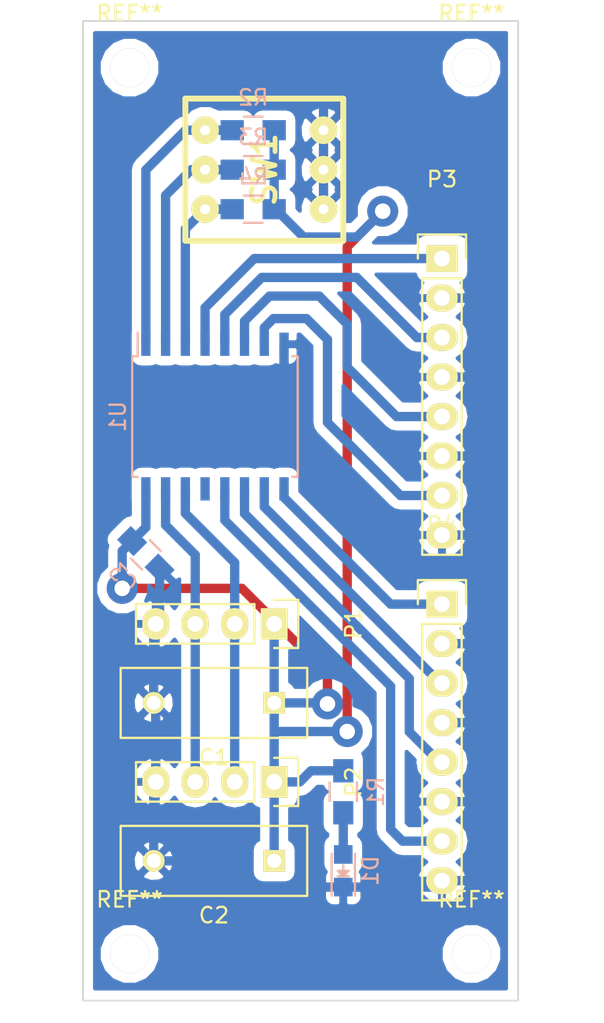
<source format=kicad_pcb>
(kicad_pcb (version 4) (host pcbnew 4.0.1-2.201512121406+6195~38~ubuntu14.04.1-stable)

  (general
    (links 0)
    (no_connects 2)
    (area 141.949999 61.949999 170.050001 125.050001)
    (thickness 1.6)
    (drawings 4)
    (tracks 156)
    (zones 0)
    (modules 18)
    (nets 18)
  )

  (page A4)
  (layers
    (0 F.Cu signal)
    (31 B.Cu signal)
    (32 B.Adhes user)
    (33 F.Adhes user)
    (34 B.Paste user)
    (35 F.Paste user)
    (36 B.SilkS user)
    (37 F.SilkS user)
    (38 B.Mask user)
    (39 F.Mask user)
    (40 Dwgs.User user)
    (41 Cmts.User user)
    (42 Eco1.User user)
    (43 Eco2.User user)
    (44 Edge.Cuts user)
    (45 Margin user)
    (46 B.CrtYd user)
    (47 F.CrtYd user)
    (48 B.Fab user)
    (49 F.Fab user)
  )

  (setup
    (last_trace_width 0.6)
    (user_trace_width 0.75)
    (user_trace_width 1)
    (user_trace_width 2)
    (trace_clearance 0.6)
    (zone_clearance 0.508)
    (zone_45_only no)
    (trace_min 0.6)
    (segment_width 0.2)
    (edge_width 0.1)
    (via_size 2)
    (via_drill 1)
    (via_min_size 1.3)
    (via_min_drill 1)
    (uvia_size 0.3)
    (uvia_drill 0.1)
    (uvias_allowed no)
    (uvia_min_size 0.2)
    (uvia_min_drill 0.1)
    (pcb_text_width 0.3)
    (pcb_text_size 1.5 1.5)
    (mod_edge_width 0.15)
    (mod_text_size 1 1)
    (mod_text_width 0.15)
    (pad_size 1.5 1.5)
    (pad_drill 0.6)
    (pad_to_mask_clearance 0)
    (aux_axis_origin 0 0)
    (visible_elements FFFFFF7F)
    (pcbplotparams
      (layerselection 0x00030_80000001)
      (usegerberextensions false)
      (excludeedgelayer true)
      (linewidth 0.100000)
      (plotframeref false)
      (viasonmask false)
      (mode 1)
      (useauxorigin false)
      (hpglpennumber 1)
      (hpglpenspeed 20)
      (hpglpendiameter 15)
      (hpglpenoverlay 2)
      (psnegative false)
      (psa4output false)
      (plotreference true)
      (plotvalue true)
      (plotinvisibletext false)
      (padsonsilk false)
      (subtractmaskfromsilk false)
      (outputformat 1)
      (mirror false)
      (drillshape 1)
      (scaleselection 1)
      (outputdirectory ""))
  )

  (net 0 "")
  (net 1 +5V)
  (net 2 GND)
  (net 3 "Net-(D1-Pad2)")
  (net 4 /I2C_SCL)
  (net 5 /I2C_SDA)
  (net 6 "Net-(P3-Pad1)")
  (net 7 "Net-(P3-Pad3)")
  (net 8 "Net-(P3-Pad5)")
  (net 9 "Net-(P3-Pad7)")
  (net 10 "Net-(P4-Pad1)")
  (net 11 "Net-(P4-Pad3)")
  (net 12 "Net-(P4-Pad5)")
  (net 13 "Net-(P4-Pad7)")
  (net 14 "Net-(R2-Pad2)")
  (net 15 "Net-(R3-Pad2)")
  (net 16 "Net-(R4-Pad2)")
  (net 17 "Net-(U1-Pad13)")

  (net_class Default "This is the default net class."
    (clearance 0.6)
    (trace_width 0.6)
    (via_dia 2)
    (via_drill 1)
    (uvia_dia 0.3)
    (uvia_drill 0.1)
    (add_net +5V)
    (add_net /I2C_SCL)
    (add_net /I2C_SDA)
    (add_net GND)
    (add_net "Net-(D1-Pad2)")
    (add_net "Net-(P3-Pad1)")
    (add_net "Net-(P3-Pad3)")
    (add_net "Net-(P3-Pad5)")
    (add_net "Net-(P3-Pad7)")
    (add_net "Net-(P4-Pad1)")
    (add_net "Net-(P4-Pad3)")
    (add_net "Net-(P4-Pad5)")
    (add_net "Net-(P4-Pad7)")
    (add_net "Net-(R2-Pad2)")
    (add_net "Net-(R3-Pad2)")
    (add_net "Net-(R4-Pad2)")
    (add_net "Net-(U1-Pad13)")
  )

  (module Mounting_Holes:MountingHole_2-5mm (layer F.Cu) (tedit 0) (tstamp 568A6813)
    (at 145 122)
    (descr "Mounting hole, Befestigungsbohrung, 2,5mm, No Annular, Kein Restring,")
    (tags "Mounting hole, Befestigungsbohrung, 2,5mm, No Annular, Kein Restring,")
    (fp_text reference REF** (at 0 -3.50012) (layer F.SilkS)
      (effects (font (size 1 1) (thickness 0.15)))
    )
    (fp_text value MountingHole_2-5mm (at 0.09906 3.59918) (layer F.Fab)
      (effects (font (size 1 1) (thickness 0.15)))
    )
    (fp_circle (center 0 0) (end 2.5 0) (layer Cmts.User) (width 0.381))
    (pad 1 thru_hole circle (at 0 0) (size 2.5 2.5) (drill 2.5) (layers))
  )

  (module Mounting_Holes:MountingHole_2-5mm (layer F.Cu) (tedit 0) (tstamp 568A680F)
    (at 167 122)
    (descr "Mounting hole, Befestigungsbohrung, 2,5mm, No Annular, Kein Restring,")
    (tags "Mounting hole, Befestigungsbohrung, 2,5mm, No Annular, Kein Restring,")
    (fp_text reference REF** (at 0 -3.50012) (layer F.SilkS)
      (effects (font (size 1 1) (thickness 0.15)))
    )
    (fp_text value MountingHole_2-5mm (at 0.09906 3.59918) (layer F.Fab)
      (effects (font (size 1 1) (thickness 0.15)))
    )
    (fp_circle (center 0 0) (end 2.5 0) (layer Cmts.User) (width 0.381))
    (pad 1 thru_hole circle (at 0 0) (size 2.5 2.5) (drill 2.5) (layers))
  )

  (module Mounting_Holes:MountingHole_2-5mm (layer F.Cu) (tedit 0) (tstamp 568A680B)
    (at 167 65)
    (descr "Mounting hole, Befestigungsbohrung, 2,5mm, No Annular, Kein Restring,")
    (tags "Mounting hole, Befestigungsbohrung, 2,5mm, No Annular, Kein Restring,")
    (fp_text reference REF** (at 0 -3.50012) (layer F.SilkS)
      (effects (font (size 1 1) (thickness 0.15)))
    )
    (fp_text value MountingHole_2-5mm (at 0.09906 3.59918) (layer F.Fab)
      (effects (font (size 1 1) (thickness 0.15)))
    )
    (fp_circle (center 0 0) (end 2.5 0) (layer Cmts.User) (width 0.381))
    (pad 1 thru_hole circle (at 0 0) (size 2.5 2.5) (drill 2.5) (layers))
  )

  (module Capacitors_SMD:C_0805_HandSoldering (layer B.Cu) (tedit 541A9B8D) (tstamp 5684771A)
    (at 146.05 96.33 315)
    (descr "Capacitor SMD 0805, hand soldering")
    (tags "capacitor 0805")
    (path /568473E1)
    (attr smd)
    (fp_text reference C3 (at 0 2.1 315) (layer B.SilkS)
      (effects (font (size 1 1) (thickness 0.15)) (justify mirror))
    )
    (fp_text value 100n (at 0 -2.1 315) (layer B.Fab)
      (effects (font (size 1 1) (thickness 0.15)) (justify mirror))
    )
    (fp_line (start -2.3 1) (end 2.3 1) (layer B.CrtYd) (width 0.05))
    (fp_line (start -2.3 -1) (end 2.3 -1) (layer B.CrtYd) (width 0.05))
    (fp_line (start -2.3 1) (end -2.3 -1) (layer B.CrtYd) (width 0.05))
    (fp_line (start 2.3 1) (end 2.3 -1) (layer B.CrtYd) (width 0.05))
    (fp_line (start 0.5 0.85) (end -0.5 0.85) (layer B.SilkS) (width 0.15))
    (fp_line (start -0.5 -0.85) (end 0.5 -0.85) (layer B.SilkS) (width 0.15))
    (pad 1 smd rect (at -1.25 0 315) (size 1.5 1.25) (layers B.Cu B.Paste B.Mask)
      (net 1 +5V))
    (pad 2 smd rect (at 1.25 0 315) (size 1.5 1.25) (layers B.Cu B.Paste B.Mask)
      (net 2 GND))
    (model Capacitors_SMD.3dshapes/C_0805_HandSoldering.wrl
      (at (xyz 0 0 0))
      (scale (xyz 1 1 1))
      (rotate (xyz 0 0 0))
    )
  )

  (module Pin_Headers:Pin_Header_Straight_1x04 (layer F.Cu) (tedit 0) (tstamp 56847740)
    (at 154.305 100.775 270)
    (descr "Through hole pin header")
    (tags "pin header")
    (path /568473E8)
    (fp_text reference P1 (at 0 -5.1 270) (layer F.SilkS)
      (effects (font (size 1 1) (thickness 0.15)))
    )
    (fp_text value CONN_01X04 (at 0 -3.1 270) (layer F.Fab)
      (effects (font (size 1 1) (thickness 0.15)))
    )
    (fp_line (start -1.75 -1.75) (end -1.75 9.4) (layer F.CrtYd) (width 0.05))
    (fp_line (start 1.75 -1.75) (end 1.75 9.4) (layer F.CrtYd) (width 0.05))
    (fp_line (start -1.75 -1.75) (end 1.75 -1.75) (layer F.CrtYd) (width 0.05))
    (fp_line (start -1.75 9.4) (end 1.75 9.4) (layer F.CrtYd) (width 0.05))
    (fp_line (start -1.27 1.27) (end -1.27 8.89) (layer F.SilkS) (width 0.15))
    (fp_line (start 1.27 1.27) (end 1.27 8.89) (layer F.SilkS) (width 0.15))
    (fp_line (start 1.55 -1.55) (end 1.55 0) (layer F.SilkS) (width 0.15))
    (fp_line (start -1.27 8.89) (end 1.27 8.89) (layer F.SilkS) (width 0.15))
    (fp_line (start 1.27 1.27) (end -1.27 1.27) (layer F.SilkS) (width 0.15))
    (fp_line (start -1.55 0) (end -1.55 -1.55) (layer F.SilkS) (width 0.15))
    (fp_line (start -1.55 -1.55) (end 1.55 -1.55) (layer F.SilkS) (width 0.15))
    (pad 1 thru_hole rect (at 0 0 270) (size 2.032 1.7272) (drill 1.016) (layers *.Cu *.Mask F.SilkS)
      (net 1 +5V))
    (pad 2 thru_hole oval (at 0 2.54 270) (size 2.032 1.7272) (drill 1.016) (layers *.Cu *.Mask F.SilkS)
      (net 4 /I2C_SCL))
    (pad 3 thru_hole oval (at 0 5.08 270) (size 2.032 1.7272) (drill 1.016) (layers *.Cu *.Mask F.SilkS)
      (net 5 /I2C_SDA))
    (pad 4 thru_hole oval (at 0 7.62 270) (size 2.032 1.7272) (drill 1.016) (layers *.Cu *.Mask F.SilkS)
      (net 2 GND))
    (model Pin_Headers.3dshapes/Pin_Header_Straight_1x04.wrl
      (at (xyz 0 -0.15 0))
      (scale (xyz 1 1 1))
      (rotate (xyz 0 0 90))
    )
  )

  (module Housings_SOIC:SOIC-16_7.5x10.3mm_Pitch1.27mm (layer B.Cu) (tedit 54130A77) (tstamp 568477AC)
    (at 150.495 87.44 270)
    (descr "16-Lead Plastic Small Outline (SO) - Wide, 7.50 mm Body [SOIC] (see Microchip Packaging Specification 00000049BS.pdf)")
    (tags "SOIC 1.27")
    (path /568473DF)
    (attr smd)
    (fp_text reference U1 (at 0 6.25 270) (layer B.SilkS)
      (effects (font (size 1 1) (thickness 0.15)) (justify mirror))
    )
    (fp_text value PCF8574 (at 0 -6.25 270) (layer B.Fab)
      (effects (font (size 1 1) (thickness 0.15)) (justify mirror))
    )
    (fp_line (start -5.65 5.5) (end -5.65 -5.5) (layer B.CrtYd) (width 0.05))
    (fp_line (start 5.65 5.5) (end 5.65 -5.5) (layer B.CrtYd) (width 0.05))
    (fp_line (start -5.65 5.5) (end 5.65 5.5) (layer B.CrtYd) (width 0.05))
    (fp_line (start -5.65 -5.5) (end 5.65 -5.5) (layer B.CrtYd) (width 0.05))
    (fp_line (start -3.875 5.325) (end -3.875 4.97) (layer B.SilkS) (width 0.15))
    (fp_line (start 3.875 5.325) (end 3.875 4.97) (layer B.SilkS) (width 0.15))
    (fp_line (start 3.875 -5.325) (end 3.875 -4.97) (layer B.SilkS) (width 0.15))
    (fp_line (start -3.875 -5.325) (end -3.875 -4.97) (layer B.SilkS) (width 0.15))
    (fp_line (start -3.875 5.325) (end 3.875 5.325) (layer B.SilkS) (width 0.15))
    (fp_line (start -3.875 -5.325) (end 3.875 -5.325) (layer B.SilkS) (width 0.15))
    (fp_line (start -3.875 4.97) (end -5.4 4.97) (layer B.SilkS) (width 0.15))
    (pad 1 smd rect (at -4.65 4.445 270) (size 1.5 0.6) (layers B.Cu B.Paste B.Mask)
      (net 14 "Net-(R2-Pad2)"))
    (pad 2 smd rect (at -4.65 3.175 270) (size 1.5 0.6) (layers B.Cu B.Paste B.Mask)
      (net 15 "Net-(R3-Pad2)"))
    (pad 3 smd rect (at -4.65 1.905 270) (size 1.5 0.6) (layers B.Cu B.Paste B.Mask)
      (net 16 "Net-(R4-Pad2)"))
    (pad 4 smd rect (at -4.65 0.635 270) (size 1.5 0.6) (layers B.Cu B.Paste B.Mask)
      (net 6 "Net-(P3-Pad1)"))
    (pad 5 smd rect (at -4.65 -0.635 270) (size 1.5 0.6) (layers B.Cu B.Paste B.Mask)
      (net 7 "Net-(P3-Pad3)"))
    (pad 6 smd rect (at -4.65 -1.905 270) (size 1.5 0.6) (layers B.Cu B.Paste B.Mask)
      (net 8 "Net-(P3-Pad5)"))
    (pad 7 smd rect (at -4.65 -3.175 270) (size 1.5 0.6) (layers B.Cu B.Paste B.Mask)
      (net 9 "Net-(P3-Pad7)"))
    (pad 8 smd rect (at -4.65 -4.445 270) (size 1.5 0.6) (layers B.Cu B.Paste B.Mask)
      (net 2 GND))
    (pad 9 smd rect (at 4.65 -4.445 270) (size 1.5 0.6) (layers B.Cu B.Paste B.Mask)
      (net 10 "Net-(P4-Pad1)"))
    (pad 10 smd rect (at 4.65 -3.175 270) (size 1.5 0.6) (layers B.Cu B.Paste B.Mask)
      (net 11 "Net-(P4-Pad3)"))
    (pad 11 smd rect (at 4.65 -1.905 270) (size 1.5 0.6) (layers B.Cu B.Paste B.Mask)
      (net 12 "Net-(P4-Pad5)"))
    (pad 12 smd rect (at 4.65 -0.635 270) (size 1.5 0.6) (layers B.Cu B.Paste B.Mask)
      (net 13 "Net-(P4-Pad7)"))
    (pad 13 smd rect (at 4.65 0.635 270) (size 1.5 0.6) (layers B.Cu B.Paste B.Mask)
      (net 17 "Net-(U1-Pad13)"))
    (pad 14 smd rect (at 4.65 1.905 270) (size 1.5 0.6) (layers B.Cu B.Paste B.Mask)
      (net 4 /I2C_SCL))
    (pad 15 smd rect (at 4.65 3.175 270) (size 1.5 0.6) (layers B.Cu B.Paste B.Mask)
      (net 5 /I2C_SDA))
    (pad 16 smd rect (at 4.65 4.445 270) (size 1.5 0.6) (layers B.Cu B.Paste B.Mask)
      (net 1 +5V))
    (model Housings_SOIC.3dshapes/SOIC-16_7.5x10.3mm_Pitch1.27mm.wrl
      (at (xyz 0 0 0))
      (scale (xyz 1 1 1))
      (rotate (xyz 0 0 0))
    )
  )

  (module Capacitors_ThroughHole:C_Disc_D12_P7.75 (layer F.Cu) (tedit 0) (tstamp 56847700)
    (at 154.305 105.855 180)
    (descr "Capacitor 12mm Disc, Pitch 7.75mm")
    (tags Capacitor)
    (path /568473E9)
    (fp_text reference C1 (at 3.875 -3.5 180) (layer F.SilkS)
      (effects (font (size 1 1) (thickness 0.15)))
    )
    (fp_text value 100n (at 3.875 3.5 180) (layer F.Fab)
      (effects (font (size 1 1) (thickness 0.15)))
    )
    (fp_line (start -2.375 -2.5) (end 10.125 -2.5) (layer F.CrtYd) (width 0.05))
    (fp_line (start 10.125 -2.5) (end 10.125 2.5) (layer F.CrtYd) (width 0.05))
    (fp_line (start 10.125 2.5) (end -2.375 2.5) (layer F.CrtYd) (width 0.05))
    (fp_line (start -2.375 2.5) (end -2.375 -2.5) (layer F.CrtYd) (width 0.05))
    (fp_line (start -2.125 -2.25) (end 9.875 -2.25) (layer F.SilkS) (width 0.15))
    (fp_line (start 9.875 -2.25) (end 9.875 2.25) (layer F.SilkS) (width 0.15))
    (fp_line (start 9.875 2.25) (end -2.125 2.25) (layer F.SilkS) (width 0.15))
    (fp_line (start -2.125 2.25) (end -2.125 -2.25) (layer F.SilkS) (width 0.15))
    (pad 1 thru_hole rect (at 0 0 180) (size 1.4 1.4) (drill 0.9) (layers *.Cu *.Mask F.SilkS)
      (net 1 +5V))
    (pad 2 thru_hole circle (at 7.75 0 180) (size 1.4 1.4) (drill 0.9) (layers *.Cu *.Mask F.SilkS)
      (net 2 GND))
    (model Capacitors_ThroughHole.3dshapes/C_Disc_D12_P7.75.wrl
      (at (xyz 0.15255906 0 0))
      (scale (xyz 1 1 1))
      (rotate (xyz 0 0 0))
    )
  )

  (module Capacitors_ThroughHole:C_Disc_D12_P7.75 (layer F.Cu) (tedit 0) (tstamp 5684770E)
    (at 154.305 116.015 180)
    (descr "Capacitor 12mm Disc, Pitch 7.75mm")
    (tags Capacitor)
    (path /56852076)
    (fp_text reference C2 (at 3.875 -3.5 180) (layer F.SilkS)
      (effects (font (size 1 1) (thickness 0.15)))
    )
    (fp_text value 100n (at 3.875 3.5 180) (layer F.Fab)
      (effects (font (size 1 1) (thickness 0.15)))
    )
    (fp_line (start -2.375 -2.5) (end 10.125 -2.5) (layer F.CrtYd) (width 0.05))
    (fp_line (start 10.125 -2.5) (end 10.125 2.5) (layer F.CrtYd) (width 0.05))
    (fp_line (start 10.125 2.5) (end -2.375 2.5) (layer F.CrtYd) (width 0.05))
    (fp_line (start -2.375 2.5) (end -2.375 -2.5) (layer F.CrtYd) (width 0.05))
    (fp_line (start -2.125 -2.25) (end 9.875 -2.25) (layer F.SilkS) (width 0.15))
    (fp_line (start 9.875 -2.25) (end 9.875 2.25) (layer F.SilkS) (width 0.15))
    (fp_line (start 9.875 2.25) (end -2.125 2.25) (layer F.SilkS) (width 0.15))
    (fp_line (start -2.125 2.25) (end -2.125 -2.25) (layer F.SilkS) (width 0.15))
    (pad 1 thru_hole rect (at 0 0 180) (size 1.4 1.4) (drill 0.9) (layers *.Cu *.Mask F.SilkS)
      (net 1 +5V))
    (pad 2 thru_hole circle (at 7.75 0 180) (size 1.4 1.4) (drill 0.9) (layers *.Cu *.Mask F.SilkS)
      (net 2 GND))
    (model Capacitors_ThroughHole.3dshapes/C_Disc_D12_P7.75.wrl
      (at (xyz 0.15255906 0 0))
      (scale (xyz 1 1 1))
      (rotate (xyz 0 0 0))
    )
  )

  (module LEDs:LED-0805 (layer B.Cu) (tedit 55BDE1C2) (tstamp 5684772D)
    (at 158.75 116.65 90)
    (descr "LED 0805 smd package")
    (tags "LED 0805 SMD")
    (path /56847433)
    (attr smd)
    (fp_text reference D1 (at 0 1.75 90) (layer B.SilkS)
      (effects (font (size 1 1) (thickness 0.15)) (justify mirror))
    )
    (fp_text value LED (at 0 -1.75 90) (layer B.Fab)
      (effects (font (size 1 1) (thickness 0.15)) (justify mirror))
    )
    (fp_line (start -1.6 -0.75) (end 1.1 -0.75) (layer B.SilkS) (width 0.15))
    (fp_line (start -1.6 0.75) (end 1.1 0.75) (layer B.SilkS) (width 0.15))
    (fp_line (start -0.1 -0.15) (end -0.1 0.1) (layer B.SilkS) (width 0.15))
    (fp_line (start -0.1 0.1) (end -0.25 -0.05) (layer B.SilkS) (width 0.15))
    (fp_line (start -0.35 0.35) (end -0.35 -0.35) (layer B.SilkS) (width 0.15))
    (fp_line (start 0 0) (end 0.35 0) (layer B.SilkS) (width 0.15))
    (fp_line (start -0.35 0) (end 0 0.35) (layer B.SilkS) (width 0.15))
    (fp_line (start 0 0.35) (end 0 -0.35) (layer B.SilkS) (width 0.15))
    (fp_line (start 0 -0.35) (end -0.35 0) (layer B.SilkS) (width 0.15))
    (fp_line (start 1.9 0.95) (end 1.9 -0.95) (layer B.CrtYd) (width 0.05))
    (fp_line (start 1.9 -0.95) (end -1.9 -0.95) (layer B.CrtYd) (width 0.05))
    (fp_line (start -1.9 -0.95) (end -1.9 0.95) (layer B.CrtYd) (width 0.05))
    (fp_line (start -1.9 0.95) (end 1.9 0.95) (layer B.CrtYd) (width 0.05))
    (pad 2 smd rect (at 1.04902 0 270) (size 1.19888 1.19888) (layers B.Cu B.Paste B.Mask)
      (net 3 "Net-(D1-Pad2)"))
    (pad 1 smd rect (at -1.04902 0 270) (size 1.19888 1.19888) (layers B.Cu B.Paste B.Mask)
      (net 2 GND))
    (model LEDs.3dshapes/LED-0805.wrl
      (at (xyz 0 0 0))
      (scale (xyz 1 1 1))
      (rotate (xyz 0 0 0))
    )
  )

  (module Pin_Headers:Pin_Header_Straight_1x04 (layer F.Cu) (tedit 0) (tstamp 56847753)
    (at 154.305 110.935 270)
    (descr "Through hole pin header")
    (tags "pin header")
    (path /56852070)
    (fp_text reference P2 (at 0 -5.1 270) (layer F.SilkS)
      (effects (font (size 1 1) (thickness 0.15)))
    )
    (fp_text value CONN_01X04 (at 0 -3.1 270) (layer F.Fab)
      (effects (font (size 1 1) (thickness 0.15)))
    )
    (fp_line (start -1.75 -1.75) (end -1.75 9.4) (layer F.CrtYd) (width 0.05))
    (fp_line (start 1.75 -1.75) (end 1.75 9.4) (layer F.CrtYd) (width 0.05))
    (fp_line (start -1.75 -1.75) (end 1.75 -1.75) (layer F.CrtYd) (width 0.05))
    (fp_line (start -1.75 9.4) (end 1.75 9.4) (layer F.CrtYd) (width 0.05))
    (fp_line (start -1.27 1.27) (end -1.27 8.89) (layer F.SilkS) (width 0.15))
    (fp_line (start 1.27 1.27) (end 1.27 8.89) (layer F.SilkS) (width 0.15))
    (fp_line (start 1.55 -1.55) (end 1.55 0) (layer F.SilkS) (width 0.15))
    (fp_line (start -1.27 8.89) (end 1.27 8.89) (layer F.SilkS) (width 0.15))
    (fp_line (start 1.27 1.27) (end -1.27 1.27) (layer F.SilkS) (width 0.15))
    (fp_line (start -1.55 0) (end -1.55 -1.55) (layer F.SilkS) (width 0.15))
    (fp_line (start -1.55 -1.55) (end 1.55 -1.55) (layer F.SilkS) (width 0.15))
    (pad 1 thru_hole rect (at 0 0 270) (size 2.032 1.7272) (drill 1.016) (layers *.Cu *.Mask F.SilkS)
      (net 1 +5V))
    (pad 2 thru_hole oval (at 0 2.54 270) (size 2.032 1.7272) (drill 1.016) (layers *.Cu *.Mask F.SilkS)
      (net 4 /I2C_SCL))
    (pad 3 thru_hole oval (at 0 5.08 270) (size 2.032 1.7272) (drill 1.016) (layers *.Cu *.Mask F.SilkS)
      (net 5 /I2C_SDA))
    (pad 4 thru_hole oval (at 0 7.62 270) (size 2.032 1.7272) (drill 1.016) (layers *.Cu *.Mask F.SilkS)
      (net 2 GND))
    (model Pin_Headers.3dshapes/Pin_Header_Straight_1x04.wrl
      (at (xyz 0 -0.15 0))
      (scale (xyz 1 1 1))
      (rotate (xyz 0 0 90))
    )
  )

  (module Pin_Headers:Pin_Header_Straight_1x08 (layer F.Cu) (tedit 0) (tstamp 5684776A)
    (at 165.1 77.28)
    (descr "Through hole pin header")
    (tags "pin header")
    (path /56847BE8)
    (fp_text reference P3 (at 0 -5.1) (layer F.SilkS)
      (effects (font (size 1 1) (thickness 0.15)))
    )
    (fp_text value CONN_01X08 (at 0 -3.1) (layer F.Fab)
      (effects (font (size 1 1) (thickness 0.15)))
    )
    (fp_line (start -1.75 -1.75) (end -1.75 19.55) (layer F.CrtYd) (width 0.05))
    (fp_line (start 1.75 -1.75) (end 1.75 19.55) (layer F.CrtYd) (width 0.05))
    (fp_line (start -1.75 -1.75) (end 1.75 -1.75) (layer F.CrtYd) (width 0.05))
    (fp_line (start -1.75 19.55) (end 1.75 19.55) (layer F.CrtYd) (width 0.05))
    (fp_line (start 1.27 1.27) (end 1.27 19.05) (layer F.SilkS) (width 0.15))
    (fp_line (start 1.27 19.05) (end -1.27 19.05) (layer F.SilkS) (width 0.15))
    (fp_line (start -1.27 19.05) (end -1.27 1.27) (layer F.SilkS) (width 0.15))
    (fp_line (start 1.55 -1.55) (end 1.55 0) (layer F.SilkS) (width 0.15))
    (fp_line (start 1.27 1.27) (end -1.27 1.27) (layer F.SilkS) (width 0.15))
    (fp_line (start -1.55 0) (end -1.55 -1.55) (layer F.SilkS) (width 0.15))
    (fp_line (start -1.55 -1.55) (end 1.55 -1.55) (layer F.SilkS) (width 0.15))
    (pad 1 thru_hole rect (at 0 0) (size 2.032 1.7272) (drill 1.016) (layers *.Cu *.Mask F.SilkS)
      (net 6 "Net-(P3-Pad1)"))
    (pad 2 thru_hole oval (at 0 2.54) (size 2.032 1.7272) (drill 1.016) (layers *.Cu *.Mask F.SilkS)
      (net 2 GND))
    (pad 3 thru_hole oval (at 0 5.08) (size 2.032 1.7272) (drill 1.016) (layers *.Cu *.Mask F.SilkS)
      (net 7 "Net-(P3-Pad3)"))
    (pad 4 thru_hole oval (at 0 7.62) (size 2.032 1.7272) (drill 1.016) (layers *.Cu *.Mask F.SilkS)
      (net 2 GND))
    (pad 5 thru_hole oval (at 0 10.16) (size 2.032 1.7272) (drill 1.016) (layers *.Cu *.Mask F.SilkS)
      (net 8 "Net-(P3-Pad5)"))
    (pad 6 thru_hole oval (at 0 12.7) (size 2.032 1.7272) (drill 1.016) (layers *.Cu *.Mask F.SilkS)
      (net 2 GND))
    (pad 7 thru_hole oval (at 0 15.24) (size 2.032 1.7272) (drill 1.016) (layers *.Cu *.Mask F.SilkS)
      (net 9 "Net-(P3-Pad7)"))
    (pad 8 thru_hole oval (at 0 17.78) (size 2.032 1.7272) (drill 1.016) (layers *.Cu *.Mask F.SilkS)
      (net 2 GND))
    (model Pin_Headers.3dshapes/Pin_Header_Straight_1x08.wrl
      (at (xyz 0 -0.35 0))
      (scale (xyz 1 1 1))
      (rotate (xyz 0 0 90))
    )
  )

  (module Pin_Headers:Pin_Header_Straight_1x08 (layer F.Cu) (tedit 0) (tstamp 56847781)
    (at 165.1 99.505)
    (descr "Through hole pin header")
    (tags "pin header")
    (path /56847C43)
    (fp_text reference P4 (at 0 -5.1) (layer F.SilkS)
      (effects (font (size 1 1) (thickness 0.15)))
    )
    (fp_text value CONN_01X08 (at 0 -3.1) (layer F.Fab)
      (effects (font (size 1 1) (thickness 0.15)))
    )
    (fp_line (start -1.75 -1.75) (end -1.75 19.55) (layer F.CrtYd) (width 0.05))
    (fp_line (start 1.75 -1.75) (end 1.75 19.55) (layer F.CrtYd) (width 0.05))
    (fp_line (start -1.75 -1.75) (end 1.75 -1.75) (layer F.CrtYd) (width 0.05))
    (fp_line (start -1.75 19.55) (end 1.75 19.55) (layer F.CrtYd) (width 0.05))
    (fp_line (start 1.27 1.27) (end 1.27 19.05) (layer F.SilkS) (width 0.15))
    (fp_line (start 1.27 19.05) (end -1.27 19.05) (layer F.SilkS) (width 0.15))
    (fp_line (start -1.27 19.05) (end -1.27 1.27) (layer F.SilkS) (width 0.15))
    (fp_line (start 1.55 -1.55) (end 1.55 0) (layer F.SilkS) (width 0.15))
    (fp_line (start 1.27 1.27) (end -1.27 1.27) (layer F.SilkS) (width 0.15))
    (fp_line (start -1.55 0) (end -1.55 -1.55) (layer F.SilkS) (width 0.15))
    (fp_line (start -1.55 -1.55) (end 1.55 -1.55) (layer F.SilkS) (width 0.15))
    (pad 1 thru_hole rect (at 0 0) (size 2.032 1.7272) (drill 1.016) (layers *.Cu *.Mask F.SilkS)
      (net 10 "Net-(P4-Pad1)"))
    (pad 2 thru_hole oval (at 0 2.54) (size 2.032 1.7272) (drill 1.016) (layers *.Cu *.Mask F.SilkS)
      (net 2 GND))
    (pad 3 thru_hole oval (at 0 5.08) (size 2.032 1.7272) (drill 1.016) (layers *.Cu *.Mask F.SilkS)
      (net 11 "Net-(P4-Pad3)"))
    (pad 4 thru_hole oval (at 0 7.62) (size 2.032 1.7272) (drill 1.016) (layers *.Cu *.Mask F.SilkS)
      (net 2 GND))
    (pad 5 thru_hole oval (at 0 10.16) (size 2.032 1.7272) (drill 1.016) (layers *.Cu *.Mask F.SilkS)
      (net 12 "Net-(P4-Pad5)"))
    (pad 6 thru_hole oval (at 0 12.7) (size 2.032 1.7272) (drill 1.016) (layers *.Cu *.Mask F.SilkS)
      (net 2 GND))
    (pad 7 thru_hole oval (at 0 15.24) (size 2.032 1.7272) (drill 1.016) (layers *.Cu *.Mask F.SilkS)
      (net 13 "Net-(P4-Pad7)"))
    (pad 8 thru_hole oval (at 0 17.78) (size 2.032 1.7272) (drill 1.016) (layers *.Cu *.Mask F.SilkS)
      (net 2 GND))
    (model Pin_Headers.3dshapes/Pin_Header_Straight_1x08.wrl
      (at (xyz 0 -0.35 0))
      (scale (xyz 1 1 1))
      (rotate (xyz 0 0 90))
    )
  )

  (module Resistors_SMD:R_0805_HandSoldering (layer B.Cu) (tedit 54189DEE) (tstamp 5684778D)
    (at 158.75 111.57 90)
    (descr "Resistor SMD 0805, hand soldering")
    (tags "resistor 0805")
    (path /56847434)
    (attr smd)
    (fp_text reference R1 (at 0 2.1 90) (layer B.SilkS)
      (effects (font (size 1 1) (thickness 0.15)) (justify mirror))
    )
    (fp_text value 220 (at 0 -2.1 90) (layer B.Fab)
      (effects (font (size 1 1) (thickness 0.15)) (justify mirror))
    )
    (fp_line (start -2.4 1) (end 2.4 1) (layer B.CrtYd) (width 0.05))
    (fp_line (start -2.4 -1) (end 2.4 -1) (layer B.CrtYd) (width 0.05))
    (fp_line (start -2.4 1) (end -2.4 -1) (layer B.CrtYd) (width 0.05))
    (fp_line (start 2.4 1) (end 2.4 -1) (layer B.CrtYd) (width 0.05))
    (fp_line (start 0.6 -0.875) (end -0.6 -0.875) (layer B.SilkS) (width 0.15))
    (fp_line (start -0.6 0.875) (end 0.6 0.875) (layer B.SilkS) (width 0.15))
    (pad 1 smd rect (at -1.35 0 90) (size 1.5 1.3) (layers B.Cu B.Paste B.Mask)
      (net 3 "Net-(D1-Pad2)"))
    (pad 2 smd rect (at 1.35 0 90) (size 1.5 1.3) (layers B.Cu B.Paste B.Mask)
      (net 1 +5V))
    (model Resistors_SMD.3dshapes/R_0805_HandSoldering.wrl
      (at (xyz 0 0 0))
      (scale (xyz 1 1 1))
      (rotate (xyz 0 0 0))
    )
  )

  (module Resistors_SMD:R_0805_HandSoldering (layer B.Cu) (tedit 54189DEE) (tstamp 568A634B)
    (at 152.955 69.025 180)
    (descr "Resistor SMD 0805, hand soldering")
    (tags "resistor 0805")
    (path /568A6615)
    (attr smd)
    (fp_text reference R2 (at 0 2.1 180) (layer B.SilkS)
      (effects (font (size 1 1) (thickness 0.15)) (justify mirror))
    )
    (fp_text value R (at 0 -2.1 180) (layer B.Fab)
      (effects (font (size 1 1) (thickness 0.15)) (justify mirror))
    )
    (fp_line (start -2.4 1) (end 2.4 1) (layer B.CrtYd) (width 0.05))
    (fp_line (start -2.4 -1) (end 2.4 -1) (layer B.CrtYd) (width 0.05))
    (fp_line (start -2.4 1) (end -2.4 -1) (layer B.CrtYd) (width 0.05))
    (fp_line (start 2.4 1) (end 2.4 -1) (layer B.CrtYd) (width 0.05))
    (fp_line (start 0.6 -0.875) (end -0.6 -0.875) (layer B.SilkS) (width 0.15))
    (fp_line (start -0.6 0.875) (end 0.6 0.875) (layer B.SilkS) (width 0.15))
    (pad 1 smd rect (at -1.35 0 180) (size 1.5 1.3) (layers B.Cu B.Paste B.Mask)
      (net 1 +5V))
    (pad 2 smd rect (at 1.35 0 180) (size 1.5 1.3) (layers B.Cu B.Paste B.Mask)
      (net 14 "Net-(R2-Pad2)"))
    (model Resistors_SMD.3dshapes/R_0805_HandSoldering.wrl
      (at (xyz 0 0 0))
      (scale (xyz 1 1 1))
      (rotate (xyz 0 0 0))
    )
  )

  (module Resistors_SMD:R_0805_HandSoldering (layer B.Cu) (tedit 54189DEE) (tstamp 568A6351)
    (at 152.955 71.565 180)
    (descr "Resistor SMD 0805, hand soldering")
    (tags "resistor 0805")
    (path /568A666E)
    (attr smd)
    (fp_text reference R3 (at 0 2.1 180) (layer B.SilkS)
      (effects (font (size 1 1) (thickness 0.15)) (justify mirror))
    )
    (fp_text value R (at 0 -2.1 180) (layer B.Fab)
      (effects (font (size 1 1) (thickness 0.15)) (justify mirror))
    )
    (fp_line (start -2.4 1) (end 2.4 1) (layer B.CrtYd) (width 0.05))
    (fp_line (start -2.4 -1) (end 2.4 -1) (layer B.CrtYd) (width 0.05))
    (fp_line (start -2.4 1) (end -2.4 -1) (layer B.CrtYd) (width 0.05))
    (fp_line (start 2.4 1) (end 2.4 -1) (layer B.CrtYd) (width 0.05))
    (fp_line (start 0.6 -0.875) (end -0.6 -0.875) (layer B.SilkS) (width 0.15))
    (fp_line (start -0.6 0.875) (end 0.6 0.875) (layer B.SilkS) (width 0.15))
    (pad 1 smd rect (at -1.35 0 180) (size 1.5 1.3) (layers B.Cu B.Paste B.Mask)
      (net 1 +5V))
    (pad 2 smd rect (at 1.35 0 180) (size 1.5 1.3) (layers B.Cu B.Paste B.Mask)
      (net 15 "Net-(R3-Pad2)"))
    (model Resistors_SMD.3dshapes/R_0805_HandSoldering.wrl
      (at (xyz 0 0 0))
      (scale (xyz 1 1 1))
      (rotate (xyz 0 0 0))
    )
  )

  (module Resistors_SMD:R_0805_HandSoldering (layer B.Cu) (tedit 54189DEE) (tstamp 568A6357)
    (at 152.955 74.105 180)
    (descr "Resistor SMD 0805, hand soldering")
    (tags "resistor 0805")
    (path /568A66A5)
    (attr smd)
    (fp_text reference R4 (at 0 2.1 180) (layer B.SilkS)
      (effects (font (size 1 1) (thickness 0.15)) (justify mirror))
    )
    (fp_text value R (at 0 -2.1 180) (layer B.Fab)
      (effects (font (size 1 1) (thickness 0.15)) (justify mirror))
    )
    (fp_line (start -2.4 1) (end 2.4 1) (layer B.CrtYd) (width 0.05))
    (fp_line (start -2.4 -1) (end 2.4 -1) (layer B.CrtYd) (width 0.05))
    (fp_line (start -2.4 1) (end -2.4 -1) (layer B.CrtYd) (width 0.05))
    (fp_line (start 2.4 1) (end 2.4 -1) (layer B.CrtYd) (width 0.05))
    (fp_line (start 0.6 -0.875) (end -0.6 -0.875) (layer B.SilkS) (width 0.15))
    (fp_line (start -0.6 0.875) (end 0.6 0.875) (layer B.SilkS) (width 0.15))
    (pad 1 smd rect (at -1.35 0 180) (size 1.5 1.3) (layers B.Cu B.Paste B.Mask)
      (net 1 +5V))
    (pad 2 smd rect (at 1.35 0 180) (size 1.5 1.3) (layers B.Cu B.Paste B.Mask)
      (net 16 "Net-(R4-Pad2)"))
    (model Resistors_SMD.3dshapes/R_0805_HandSoldering.wrl
      (at (xyz 0 0 0))
      (scale (xyz 1 1 1))
      (rotate (xyz 0 0 0))
    )
  )

  (module dips-s:DIPS-DS03 (layer F.Cu) (tedit 48186E60) (tstamp 568A6361)
    (at 153.67 71.565 270)
    (tags "dip switch")
    (path /568A622C)
    (fp_text reference SW1 (at 0 0 270) (layer F.SilkS)
      (effects (font (thickness 0.3048)))
    )
    (fp_text value DIPS_03 (at 0 0 270) (layer F.SilkS) hide
      (effects (font (thickness 0.3048)))
    )
    (fp_line (start 4.572 5.08) (end -4.572 5.08) (layer F.SilkS) (width 0.381))
    (fp_line (start -4.572 -5.08) (end 4.572 -5.08) (layer F.SilkS) (width 0.381))
    (fp_line (start -4.572 -5.08) (end -4.572 5.08) (layer F.SilkS) (width 0.381))
    (fp_line (start 4.572 -5.08) (end 4.572 5.08) (layer F.SilkS) (width 0.381))
    (pad 1 thru_hole circle (at -2.54 3.81 270) (size 1.778 1.778) (drill 0.635) (layers *.Cu *.Mask F.SilkS)
      (net 14 "Net-(R2-Pad2)"))
    (pad 2 thru_hole circle (at 0 3.81 270) (size 1.778 1.778) (drill 0.635) (layers *.Cu *.Mask F.SilkS)
      (net 15 "Net-(R3-Pad2)"))
    (pad 3 thru_hole circle (at 2.54 3.81 270) (size 1.778 1.778) (drill 0.635) (layers *.Cu *.Mask F.SilkS)
      (net 16 "Net-(R4-Pad2)"))
    (pad 4 thru_hole circle (at 2.54 -3.81 270) (size 1.778 1.778) (drill 0.635) (layers *.Cu *.Mask F.SilkS)
      (net 2 GND))
    (pad 5 thru_hole circle (at 0 -3.81 270) (size 1.778 1.778) (drill 0.635) (layers *.Cu *.Mask F.SilkS)
      (net 2 GND))
    (pad 6 thru_hole circle (at -2.54 -3.81 270) (size 1.778 1.778) (drill 0.635) (layers *.Cu *.Mask F.SilkS)
      (net 2 GND))
    (model dips/dips-ds03.wrl
      (at (xyz 0 0 0))
      (scale (xyz 1 1 1))
      (rotate (xyz 0 0 0))
    )
  )

  (module Mounting_Holes:MountingHole_2-5mm (layer F.Cu) (tedit 0) (tstamp 568A6809)
    (at 145 65)
    (descr "Mounting hole, Befestigungsbohrung, 2,5mm, No Annular, Kein Restring,")
    (tags "Mounting hole, Befestigungsbohrung, 2,5mm, No Annular, Kein Restring,")
    (fp_text reference REF** (at 0 -3.50012) (layer F.SilkS)
      (effects (font (size 1 1) (thickness 0.15)))
    )
    (fp_text value MountingHole_2-5mm (at 0.09906 3.59918) (layer F.Fab)
      (effects (font (size 1 1) (thickness 0.15)))
    )
    (fp_circle (center 0 0) (end 2.5 0) (layer Cmts.User) (width 0.381))
    (pad 1 thru_hole circle (at 0 0) (size 2.5 2.5) (drill 2.5) (layers))
  )

  (gr_line (start 170 62) (end 142 62) (layer Edge.Cuts) (width 0.1))
  (gr_line (start 170 125) (end 170 62) (layer Edge.Cuts) (width 0.1))
  (gr_line (start 142 125) (end 170 125) (layer Edge.Cuts) (width 0.1))
  (gr_line (start 142 62) (end 142 125) (layer Edge.Cuts) (width 0.1))

  (segment (start 154.305 105.855) (end 154.305 107.696) (width 0.6) (layer B.Cu) (net 1))
  (segment (start 154.305 107.696) (end 154.305 108.204) (width 0.6) (layer B.Cu) (net 1))
  (segment (start 159.004002 107.696) (end 154.305 107.696) (width 0.6) (layer B.Cu) (net 1))
  (segment (start 157.589789 107.696) (end 159.004002 107.696) (width 0.6) (layer B.Cu) (net 1))
  (segment (start 154.813 107.696) (end 157.589789 107.696) (width 0.6) (layer B.Cu) (net 1))
  (segment (start 159.004002 76.517998) (end 159.004002 106.281787) (width 0.6) (layer F.Cu) (net 1))
  (segment (start 161.29 74.232) (end 159.004002 76.517998) (width 0.6) (layer F.Cu) (net 1))
  (segment (start 159.004002 106.281787) (end 159.004002 107.696) (width 0.6) (layer F.Cu) (net 1))
  (via (at 159.004002 107.696) (size 2) (drill 1) (layers F.Cu B.Cu) (net 1))
  (segment (start 157.671 105.855) (end 157.734 105.918) (width 0.6) (layer B.Cu) (net 1))
  (segment (start 154.305 105.855) (end 157.671 105.855) (width 0.6) (layer B.Cu) (net 1))
  (segment (start 157.734 104.503787) (end 157.734 105.918) (width 0.6) (layer F.Cu) (net 1))
  (segment (start 157.734 103.995787) (end 157.734 104.503787) (width 0.6) (layer F.Cu) (net 1))
  (segment (start 152.227213 98.489) (end 157.734 103.995787) (width 0.6) (layer F.Cu) (net 1))
  (segment (start 144.526 98.489) (end 152.227213 98.489) (width 0.6) (layer F.Cu) (net 1))
  (via (at 157.734 105.918) (size 2) (drill 1) (layers F.Cu B.Cu) (net 1))
  (segment (start 154.305 108.204) (end 154.305 110.935) (width 0.6) (layer B.Cu) (net 1))
  (segment (start 154.305 71.565) (end 154.305 69.025) (width 0.6) (layer B.Cu) (net 1))
  (segment (start 154.305 74.105) (end 154.305 71.565) (width 0.6) (layer B.Cu) (net 1))
  (segment (start 154.305 74.105) (end 154.405 74.105) (width 0.6) (layer B.Cu) (net 1))
  (segment (start 154.405 74.105) (end 156.194001 75.894001) (width 0.6) (layer B.Cu) (net 1))
  (segment (start 156.194001 75.894001) (end 159.627999 75.894001) (width 0.6) (layer B.Cu) (net 1))
  (segment (start 159.627999 75.894001) (end 161.29 74.232) (width 0.6) (layer B.Cu) (net 1))
  (via (at 161.29 74.232) (size 2) (drill 1) (layers F.Cu B.Cu) (net 1))
  (segment (start 154.305 100.125714) (end 154.305 100.775) (width 0.6) (layer B.Cu) (net 1))
  (segment (start 144.526 97.074787) (end 144.526 98.489) (width 0.6) (layer B.Cu) (net 1))
  (segment (start 145.166117 95.446117) (end 144.526 96.086234) (width 0.6) (layer B.Cu) (net 1))
  (segment (start 144.526 96.086234) (end 144.526 97.074787) (width 0.6) (layer B.Cu) (net 1))
  (via (at 144.526 98.489) (size 2) (drill 1) (layers F.Cu B.Cu) (net 1))
  (segment (start 156.671 110.22) (end 155.956 110.935) (width 0.6) (layer B.Cu) (net 1))
  (segment (start 155.956 110.935) (end 154.305 110.935) (width 0.6) (layer B.Cu) (net 1))
  (segment (start 158.75 110.22) (end 156.671 110.22) (width 0.6) (layer B.Cu) (net 1))
  (segment (start 154.305 110.935) (end 154.305 116.015) (width 0.6) (layer B.Cu) (net 1))
  (segment (start 154.305 100.775) (end 154.305 105.855) (width 0.6) (layer B.Cu) (net 1))
  (segment (start 146.05 92.09) (end 146.05 94.562234) (width 0.6) (layer B.Cu) (net 1))
  (segment (start 146.05 94.562234) (end 145.166117 95.446117) (width 0.6) (layer B.Cu) (net 1))
  (segment (start 148.474001 67.235999) (end 157.48 67.235999) (width 0.6) (layer B.Cu) (net 2))
  (segment (start 157.48 69.025) (end 157.48 67.767765) (width 0.6) (layer B.Cu) (net 2))
  (segment (start 157.48 67.235999) (end 158.738999 67.235999) (width 0.6) (layer B.Cu) (net 2))
  (segment (start 157.48 67.767765) (end 157.48 67.235999) (width 0.6) (layer B.Cu) (net 2))
  (segment (start 157.48 71.565) (end 157.48 69.025) (width 0.6) (layer B.Cu) (net 2))
  (segment (start 157.48 74.105) (end 157.48 71.565) (width 0.6) (layer B.Cu) (net 2))
  (segment (start 154.94 82.79) (end 154.94 86.551) (width 0.6) (layer B.Cu) (net 2))
  (segment (start 153.924 87.567) (end 145.288 87.567) (width 0.6) (layer B.Cu) (net 2))
  (segment (start 154.94 86.551) (end 153.924 87.567) (width 0.6) (layer B.Cu) (net 2))
  (segment (start 145.288 87.567) (end 144.272 86.551) (width 0.6) (layer B.Cu) (net 2))
  (segment (start 158.738999 67.235999) (end 159.893 68.39) (width 0.6) (layer B.Cu) (net 2))
  (segment (start 144.272 86.551) (end 144.272 71.438) (width 0.6) (layer B.Cu) (net 2))
  (segment (start 144.272 71.438) (end 148.474001 67.235999) (width 0.6) (layer B.Cu) (net 2))
  (segment (start 159.893 68.39) (end 167.386 75.883) (width 0.6) (layer B.Cu) (net 2))
  (segment (start 167.386 81.9536) (end 167.386 79.693) (width 0.6) (layer B.Cu) (net 2))
  (segment (start 165.1 79.82) (end 167.259 79.82) (width 0.6) (layer B.Cu) (net 2))
  (segment (start 167.386 79.693) (end 167.386 75.883) (width 0.6) (layer B.Cu) (net 2))
  (segment (start 167.259 79.82) (end 167.386 79.693) (width 0.6) (layer B.Cu) (net 2))
  (segment (start 167.386 75.883) (end 166.878 75.375) (width 0.6) (layer B.Cu) (net 2))
  (segment (start 165.1 89.98) (end 167.259 89.98) (width 0.6) (layer B.Cu) (net 2))
  (segment (start 167.259 89.98) (end 167.386 89.853) (width 0.6) (layer B.Cu) (net 2))
  (segment (start 165.1 95.06) (end 167.259 95.06) (width 0.6) (layer B.Cu) (net 2))
  (segment (start 167.259 95.06) (end 167.386 94.933) (width 0.6) (layer B.Cu) (net 2))
  (segment (start 167.386 116.615) (end 167.386 112.205) (width 0.6) (layer B.Cu) (net 2))
  (segment (start 167.386 112.205) (end 167.386 107.125) (width 0.6) (layer B.Cu) (net 2))
  (segment (start 165.1 112.205) (end 166.716 112.205) (width 0.6) (layer B.Cu) (net 2))
  (segment (start 166.716 112.205) (end 167.386 112.205) (width 0.6) (layer B.Cu) (net 2))
  (segment (start 167.386 107.125) (end 167.386 102.045) (width 0.6) (layer B.Cu) (net 2))
  (segment (start 165.1 107.125) (end 167.386 107.125) (width 0.6) (layer B.Cu) (net 2))
  (segment (start 167.386 102.045) (end 167.386 94.933) (width 0.6) (layer B.Cu) (net 2))
  (segment (start 165.1 102.045) (end 167.386 102.045) (width 0.6) (layer B.Cu) (net 2))
  (segment (start 167.386 94.933) (end 167.386 89.853) (width 0.6) (layer B.Cu) (net 2))
  (segment (start 167.386 89.853) (end 167.386 84.773) (width 0.6) (layer B.Cu) (net 2))
  (segment (start 167.386 84.773) (end 167.386 81.9536) (width 0.6) (layer B.Cu) (net 2))
  (segment (start 165.1 84.9) (end 167.259 84.9) (width 0.6) (layer B.Cu) (net 2))
  (segment (start 167.259 84.9) (end 167.386 84.773) (width 0.6) (layer B.Cu) (net 2))
  (segment (start 165.2524 79.82) (end 165.1 79.82) (width 0.6) (layer B.Cu) (net 2))
  (segment (start 165.1 117.285) (end 166.716 117.285) (width 0.6) (layer B.Cu) (net 2))
  (segment (start 166.716 117.285) (end 167.386 116.615) (width 0.6) (layer B.Cu) (net 2))
  (segment (start 158.75 117.69902) (end 164.68598 117.69902) (width 0.6) (layer B.Cu) (net 2))
  (segment (start 164.68598 117.69902) (end 165.1 117.285) (width 0.6) (layer B.Cu) (net 2))
  (segment (start 148.336 116.015) (end 150.02002 117.69902) (width 0.6) (layer B.Cu) (net 2))
  (segment (start 150.02002 117.69902) (end 158.75 117.69902) (width 0.6) (layer B.Cu) (net 2))
  (segment (start 146.555 116.015) (end 148.336 116.015) (width 0.6) (layer B.Cu) (net 2))
  (segment (start 146.555 105.855) (end 146.555 100.905) (width 0.6) (layer B.Cu) (net 2))
  (segment (start 146.555 100.905) (end 146.685 100.775) (width 0.6) (layer B.Cu) (net 2))
  (segment (start 146.685 110.935) (end 146.685 105.985) (width 0.6) (layer B.Cu) (net 2))
  (segment (start 146.685 105.985) (end 146.555 105.855) (width 0.6) (layer B.Cu) (net 2))
  (segment (start 146.555 116.015) (end 146.555 111.065) (width 0.6) (layer B.Cu) (net 2))
  (segment (start 146.555 111.065) (end 146.685 110.935) (width 0.6) (layer B.Cu) (net 2))
  (segment (start 146.933883 97.213883) (end 146.933883 100.526117) (width 0.6) (layer B.Cu) (net 2))
  (segment (start 146.933883 100.526117) (end 146.685 100.775) (width 0.6) (layer B.Cu) (net 2))
  (segment (start 158.75 112.92) (end 158.75 115.60098) (width 0.6) (layer B.Cu) (net 3))
  (segment (start 151.765 100.775) (end 151.765 96.838) (width 0.6) (layer B.Cu) (net 4))
  (segment (start 151.765 96.838) (end 148.59 93.663) (width 0.6) (layer B.Cu) (net 4))
  (segment (start 148.59 92.09) (end 148.59 93.663) (width 0.6) (layer B.Cu) (net 4))
  (segment (start 151.765 110.935) (end 151.765 100.775) (width 0.6) (layer B.Cu) (net 4))
  (segment (start 147.32 92.09) (end 147.32 94.425) (width 0.6) (layer B.Cu) (net 5))
  (segment (start 149.225 100.775) (end 149.225 96.33) (width 0.6) (layer B.Cu) (net 5))
  (segment (start 149.225 96.33) (end 147.32 94.425) (width 0.6) (layer B.Cu) (net 5))
  (segment (start 149.225 110.935) (end 149.225 100.775) (width 0.6) (layer B.Cu) (net 5))
  (segment (start 153.023788 77.28) (end 163.484 77.28) (width 0.6) (layer B.Cu) (net 6))
  (segment (start 149.86 82.79) (end 149.86 80.443788) (width 0.6) (layer B.Cu) (net 6))
  (segment (start 163.484 77.28) (end 165.1 77.28) (width 0.6) (layer B.Cu) (net 6))
  (segment (start 149.86 80.443788) (end 153.023788 77.28) (width 0.6) (layer B.Cu) (net 6))
  (segment (start 163.484 82.36) (end 165.1 82.36) (width 0.6) (layer B.Cu) (net 7))
  (segment (start 153.50787 78.492989) (end 159.616989 78.492989) (width 0.6) (layer B.Cu) (net 7))
  (segment (start 151.13 80.870859) (end 153.50787 78.492989) (width 0.6) (layer B.Cu) (net 7))
  (segment (start 159.616989 78.492989) (end 163.484 82.36) (width 0.6) (layer B.Cu) (net 7))
  (segment (start 151.13 82.79) (end 151.13 80.870859) (width 0.6) (layer B.Cu) (net 7))
  (segment (start 163.484 87.44) (end 165.1 87.44) (width 0.6) (layer B.Cu) (net 8))
  (segment (start 159.004 84.265) (end 162.179 87.44) (width 0.6) (layer B.Cu) (net 8))
  (segment (start 152.4 82.79) (end 152.4 81.29793) (width 0.6) (layer B.Cu) (net 8))
  (segment (start 152.4 81.29793) (end 154.00493 79.693) (width 0.6) (layer B.Cu) (net 8))
  (segment (start 159.004 81.4964) (end 159.004 84.265) (width 0.6) (layer B.Cu) (net 8))
  (segment (start 157.2006 79.693) (end 159.004 81.4964) (width 0.6) (layer B.Cu) (net 8))
  (segment (start 162.179 87.44) (end 163.484 87.44) (width 0.6) (layer B.Cu) (net 8))
  (segment (start 154.00493 79.693) (end 157.2006 79.693) (width 0.6) (layer B.Cu) (net 8))
  (segment (start 154.255001 81.139999) (end 153.67 81.725) (width 0.6) (layer B.Cu) (net 9))
  (segment (start 157.734 82.487) (end 156.386999 81.139999) (width 0.6) (layer B.Cu) (net 9))
  (segment (start 157.734 87.821) (end 157.734 82.487) (width 0.6) (layer B.Cu) (net 9))
  (segment (start 165.1 92.52) (end 162.433 92.52) (width 0.6) (layer B.Cu) (net 9))
  (segment (start 153.67 81.725) (end 153.67 82.79) (width 0.6) (layer B.Cu) (net 9))
  (segment (start 162.433 92.52) (end 157.734 87.821) (width 0.6) (layer B.Cu) (net 9))
  (segment (start 156.386999 81.139999) (end 154.255001 81.139999) (width 0.6) (layer B.Cu) (net 9))
  (segment (start 154.94 92.09) (end 154.94 92.647) (width 0.6) (layer B.Cu) (net 10))
  (segment (start 161.798 99.505) (end 165.1 99.505) (width 0.6) (layer B.Cu) (net 10))
  (segment (start 154.94 92.647) (end 161.798 99.505) (width 0.6) (layer B.Cu) (net 10))
  (segment (start 163.18399 102.771426) (end 153.67 93.257436) (width 0.6) (layer B.Cu) (net 11))
  (segment (start 163.18399 102.775511) (end 163.18399 102.771426) (width 0.6) (layer B.Cu) (net 11))
  (segment (start 165.1 104.585) (end 164.993479 104.585) (width 0.6) (layer B.Cu) (net 11))
  (segment (start 153.67 93.257436) (end 153.67 92.09) (width 0.6) (layer B.Cu) (net 11))
  (segment (start 164.993479 104.585) (end 163.18399 102.775511) (width 0.6) (layer B.Cu) (net 11))
  (segment (start 152.4 93.44) (end 152.4 92.09) (width 0.6) (layer B.Cu) (net 12))
  (segment (start 152.4 93.684507) (end 152.4 93.44) (width 0.6) (layer B.Cu) (net 12))
  (segment (start 161.983979 103.268486) (end 152.4 93.684507) (width 0.6) (layer B.Cu) (net 12))
  (segment (start 165.1 109.665) (end 164.9476 109.665) (width 0.6) (layer B.Cu) (net 12))
  (segment (start 162.998011 104.286603) (end 161.983979 103.272571) (width 0.6) (layer B.Cu) (net 12))
  (segment (start 162.998011 107.715411) (end 162.998011 104.286603) (width 0.6) (layer B.Cu) (net 12))
  (segment (start 164.9476 109.665) (end 162.998011 107.715411) (width 0.6) (layer B.Cu) (net 12))
  (segment (start 161.983979 103.272571) (end 161.983979 103.268486) (width 0.6) (layer B.Cu) (net 12))
  (segment (start 160.783968 103.765546) (end 151.13 94.111578) (width 0.6) (layer B.Cu) (net 13))
  (segment (start 151.13 94.111578) (end 151.13 93.44) (width 0.6) (layer B.Cu) (net 13))
  (segment (start 161.798 104.783663) (end 160.783968 103.769631) (width 0.6) (layer B.Cu) (net 13))
  (segment (start 162.56 114.745) (end 161.798 113.983) (width 0.6) (layer B.Cu) (net 13))
  (segment (start 165.1 114.745) (end 162.56 114.745) (width 0.6) (layer B.Cu) (net 13))
  (segment (start 160.783968 103.769631) (end 160.783968 103.765546) (width 0.6) (layer B.Cu) (net 13))
  (segment (start 161.798 113.983) (end 161.798 104.783663) (width 0.6) (layer B.Cu) (net 13))
  (segment (start 151.13 93.44) (end 151.13 92.09) (width 0.6) (layer B.Cu) (net 13))
  (segment (start 146.05 82.79) (end 146.05 71.577765) (width 0.6) (layer B.Cu) (net 14))
  (segment (start 146.05 71.577765) (end 148.602765 69.025) (width 0.6) (layer B.Cu) (net 14))
  (segment (start 148.602765 69.025) (end 149.86 69.025) (width 0.6) (layer B.Cu) (net 14))
  (segment (start 149.86 69.025) (end 151.605 69.025) (width 0.6) (layer B.Cu) (net 14))
  (segment (start 147.32 82.79) (end 147.32 73.216) (width 0.6) (layer B.Cu) (net 15))
  (segment (start 147.32 73.216) (end 148.971 71.565) (width 0.6) (layer B.Cu) (net 15))
  (segment (start 148.971 71.565) (end 149.86 71.565) (width 0.6) (layer B.Cu) (net 15))
  (segment (start 149.86 71.565) (end 151.605 71.565) (width 0.6) (layer B.Cu) (net 15))
  (segment (start 148.59 82.79) (end 148.59 75.375) (width 0.6) (layer B.Cu) (net 16))
  (segment (start 148.59 75.375) (end 149.86 74.105) (width 0.6) (layer B.Cu) (net 16))
  (segment (start 149.86 74.105) (end 151.605 74.105) (width 0.6) (layer B.Cu) (net 16))

  (zone (net 2) (net_name GND) (layer B.Cu) (tstamp 0) (hatch edge 0.508)
    (connect_pads (clearance 0.6))
    (min_thickness 0.254)
    (fill yes (arc_segments 16) (thermal_gap 0.508) (thermal_bridge_width 0.508))
    (polygon
      (pts
        (xy 142 62) (xy 170 62) (xy 170 125) (xy 142 125)
      )
    )
    (filled_polygon
      (pts
        (xy 169.223 124.223) (xy 142.777 124.223) (xy 142.777 122.391524) (xy 143.022657 122.391524) (xy 143.323003 123.118418)
        (xy 143.878657 123.675042) (xy 144.605025 123.976656) (xy 145.391524 123.977343) (xy 146.118418 123.676997) (xy 146.675042 123.121343)
        (xy 146.976656 122.394975) (xy 146.976659 122.391524) (xy 165.022657 122.391524) (xy 165.323003 123.118418) (xy 165.878657 123.675042)
        (xy 166.605025 123.976656) (xy 167.391524 123.977343) (xy 168.118418 123.676997) (xy 168.675042 123.121343) (xy 168.976656 122.394975)
        (xy 168.977343 121.608476) (xy 168.676997 120.881582) (xy 168.121343 120.324958) (xy 167.394975 120.023344) (xy 166.608476 120.022657)
        (xy 165.881582 120.323003) (xy 165.324958 120.878657) (xy 165.023344 121.605025) (xy 165.022657 122.391524) (xy 146.976659 122.391524)
        (xy 146.977343 121.608476) (xy 146.676997 120.881582) (xy 146.121343 120.324958) (xy 145.394975 120.023344) (xy 144.608476 120.022657)
        (xy 143.881582 120.323003) (xy 143.324958 120.878657) (xy 143.023344 121.605025) (xy 143.022657 122.391524) (xy 142.777 122.391524)
        (xy 142.777 117.98477) (xy 157.51556 117.98477) (xy 157.51556 118.424769) (xy 157.612233 118.658158) (xy 157.790861 118.836787)
        (xy 158.02425 118.93346) (xy 158.46425 118.93346) (xy 158.623 118.77471) (xy 158.623 117.82602) (xy 158.877 117.82602)
        (xy 158.877 118.77471) (xy 159.03575 118.93346) (xy 159.47575 118.93346) (xy 159.709139 118.836787) (xy 159.887767 118.658158)
        (xy 159.98444 118.424769) (xy 159.98444 117.98477) (xy 159.82569 117.82602) (xy 158.877 117.82602) (xy 158.623 117.82602)
        (xy 157.67431 117.82602) (xy 157.51556 117.98477) (xy 142.777 117.98477) (xy 142.777 117.644026) (xy 163.492642 117.644026)
        (xy 163.495291 117.659791) (xy 163.749268 118.187036) (xy 164.18568 118.576954) (xy 164.738087 118.770184) (xy 164.973 118.625924)
        (xy 164.973 117.412) (xy 165.227 117.412) (xy 165.227 118.625924) (xy 165.461913 118.770184) (xy 166.01432 118.576954)
        (xy 166.450732 118.187036) (xy 166.704709 117.659791) (xy 166.707358 117.644026) (xy 166.586217 117.412) (xy 165.227 117.412)
        (xy 164.973 117.412) (xy 163.613783 117.412) (xy 163.492642 117.644026) (xy 142.777 117.644026) (xy 142.777 116.950275)
        (xy 145.799331 116.950275) (xy 145.861169 117.186042) (xy 146.362122 117.362419) (xy 146.89244 117.333664) (xy 147.248831 117.186042)
        (xy 147.310669 116.950275) (xy 146.555 116.194605) (xy 145.799331 116.950275) (xy 142.777 116.950275) (xy 142.777 115.822122)
        (xy 145.207581 115.822122) (xy 145.236336 116.35244) (xy 145.383958 116.708831) (xy 145.619725 116.770669) (xy 146.375395 116.015)
        (xy 146.734605 116.015) (xy 147.490275 116.770669) (xy 147.726042 116.708831) (xy 147.902419 116.207878) (xy 147.873664 115.67756)
        (xy 147.726042 115.321169) (xy 147.490275 115.259331) (xy 146.734605 116.015) (xy 146.375395 116.015) (xy 145.619725 115.259331)
        (xy 145.383958 115.321169) (xy 145.207581 115.822122) (xy 142.777 115.822122) (xy 142.777 115.079725) (xy 145.799331 115.079725)
        (xy 146.555 115.835395) (xy 147.310669 115.079725) (xy 147.248831 114.843958) (xy 146.747878 114.667581) (xy 146.21756 114.696336)
        (xy 145.861169 114.843958) (xy 145.799331 115.079725) (xy 142.777 115.079725) (xy 142.777 111.296913) (xy 145.199816 111.296913)
        (xy 145.393046 111.84932) (xy 145.782964 112.285732) (xy 146.310209 112.539709) (xy 146.325974 112.542358) (xy 146.558 112.421217)
        (xy 146.558 111.062) (xy 145.344076 111.062) (xy 145.199816 111.296913) (xy 142.777 111.296913) (xy 142.777 110.573087)
        (xy 145.199816 110.573087) (xy 145.344076 110.808) (xy 146.558 110.808) (xy 146.558 109.448783) (xy 146.325974 109.327642)
        (xy 146.310209 109.330291) (xy 145.782964 109.584268) (xy 145.393046 110.02068) (xy 145.199816 110.573087) (xy 142.777 110.573087)
        (xy 142.777 106.790275) (xy 145.799331 106.790275) (xy 145.861169 107.026042) (xy 146.362122 107.202419) (xy 146.89244 107.173664)
        (xy 147.248831 107.026042) (xy 147.310669 106.790275) (xy 146.555 106.034605) (xy 145.799331 106.790275) (xy 142.777 106.790275)
        (xy 142.777 105.662122) (xy 145.207581 105.662122) (xy 145.236336 106.19244) (xy 145.383958 106.548831) (xy 145.619725 106.610669)
        (xy 146.375395 105.855) (xy 146.734605 105.855) (xy 147.490275 106.610669) (xy 147.726042 106.548831) (xy 147.902419 106.047878)
        (xy 147.873664 105.51756) (xy 147.726042 105.161169) (xy 147.490275 105.099331) (xy 146.734605 105.855) (xy 146.375395 105.855)
        (xy 145.619725 105.099331) (xy 145.383958 105.161169) (xy 145.207581 105.662122) (xy 142.777 105.662122) (xy 142.777 104.919725)
        (xy 145.799331 104.919725) (xy 146.555 105.675395) (xy 147.310669 104.919725) (xy 147.248831 104.683958) (xy 146.747878 104.507581)
        (xy 146.21756 104.536336) (xy 145.861169 104.683958) (xy 145.799331 104.919725) (xy 142.777 104.919725) (xy 142.777 101.136913)
        (xy 145.199816 101.136913) (xy 145.393046 101.68932) (xy 145.782964 102.125732) (xy 146.310209 102.379709) (xy 146.325974 102.382358)
        (xy 146.558 102.261217) (xy 146.558 100.902) (xy 145.344076 100.902) (xy 145.199816 101.136913) (xy 142.777 101.136913)
        (xy 142.777 98.831014) (xy 142.798701 98.831014) (xy 143.061067 99.465989) (xy 143.546456 99.952226) (xy 144.180971 100.2157)
        (xy 144.868014 100.216299) (xy 145.33634 100.022791) (xy 145.199816 100.413087) (xy 145.344076 100.648) (xy 146.558 100.648)
        (xy 146.558 99.288783) (xy 146.325974 99.167642) (xy 146.310209 99.170291) (xy 146.063781 99.288997) (xy 146.2527 98.834029)
        (xy 146.253152 98.315061) (xy 146.662572 98.724482) (xy 146.895962 98.821154) (xy 147.14858 98.821155) (xy 147.381969 98.724482)
        (xy 147.560598 98.545854) (xy 147.71117 98.395282) (xy 147.71117 98.170775) (xy 146.933883 97.393488) (xy 146.919741 97.407631)
        (xy 146.740136 97.228026) (xy 146.754278 97.213883) (xy 146.740136 97.199741) (xy 146.919741 97.020136) (xy 146.933883 97.034278)
        (xy 146.948026 97.020136) (xy 147.127631 97.199741) (xy 147.113488 97.213883) (xy 147.890775 97.99117) (xy 148.115282 97.99117)
        (xy 148.198 97.908452) (xy 148.198 99.398432) (xy 148.100276 99.463729) (xy 147.895762 99.769806) (xy 147.587036 99.424268)
        (xy 147.059791 99.170291) (xy 147.044026 99.167642) (xy 146.812 99.288783) (xy 146.812 100.648) (xy 146.832 100.648)
        (xy 146.832 100.902) (xy 146.812 100.902) (xy 146.812 102.261217) (xy 147.044026 102.382358) (xy 147.059791 102.379709)
        (xy 147.587036 102.125732) (xy 147.895762 101.780194) (xy 148.100276 102.086271) (xy 148.198 102.151568) (xy 148.198 109.558432)
        (xy 148.100276 109.623729) (xy 147.895762 109.929806) (xy 147.587036 109.584268) (xy 147.059791 109.330291) (xy 147.044026 109.327642)
        (xy 146.812 109.448783) (xy 146.812 110.808) (xy 146.832 110.808) (xy 146.832 111.062) (xy 146.812 111.062)
        (xy 146.812 112.421217) (xy 147.044026 112.542358) (xy 147.059791 112.539709) (xy 147.587036 112.285732) (xy 147.895762 111.940194)
        (xy 148.100276 112.246271) (xy 148.616304 112.59107) (xy 149.225 112.712147) (xy 149.833696 112.59107) (xy 150.349724 112.246271)
        (xy 150.495 112.02885) (xy 150.640276 112.246271) (xy 151.156304 112.59107) (xy 151.765 112.712147) (xy 152.373696 112.59107)
        (xy 152.804245 112.303386) (xy 152.910072 112.467846) (xy 153.153015 112.633843) (xy 153.278 112.659153) (xy 153.278 114.661509)
        (xy 153.088154 114.783672) (xy 152.922157 115.026615) (xy 152.863758 115.315) (xy 152.863758 116.715) (xy 152.914451 116.98441)
        (xy 153.073672 117.231846) (xy 153.316615 117.397843) (xy 153.605 117.456242) (xy 155.005 117.456242) (xy 155.27441 117.405549)
        (xy 155.521846 117.246328) (xy 155.687843 117.003385) (xy 155.746242 116.715) (xy 155.746242 115.315) (xy 155.695549 115.04559)
        (xy 155.536328 114.798154) (xy 155.332 114.658542) (xy 155.332 112.661496) (xy 155.43801 112.641549) (xy 155.685446 112.482328)
        (xy 155.851443 112.239385) (xy 155.907614 111.962) (xy 155.956 111.962) (xy 156.349016 111.883824) (xy 156.682199 111.661199)
        (xy 157.096397 111.247) (xy 157.414335 111.247) (xy 157.568672 111.486846) (xy 157.69013 111.569835) (xy 157.583154 111.638672)
        (xy 157.417157 111.881615) (xy 157.358758 112.17) (xy 157.358758 113.67) (xy 157.409451 113.93941) (xy 157.568672 114.186846)
        (xy 157.723 114.292295) (xy 157.723 114.412758) (xy 157.633714 114.470212) (xy 157.467717 114.713155) (xy 157.409318 115.00154)
        (xy 157.409318 116.20042) (xy 157.460011 116.46983) (xy 157.619232 116.717266) (xy 157.62851 116.723605) (xy 157.612233 116.739882)
        (xy 157.51556 116.973271) (xy 157.51556 117.41327) (xy 157.67431 117.57202) (xy 158.623 117.57202) (xy 158.623 117.55202)
        (xy 158.877 117.55202) (xy 158.877 117.57202) (xy 159.82569 117.57202) (xy 159.98444 117.41327) (xy 159.98444 116.973271)
        (xy 159.887767 116.739882) (xy 159.871704 116.723819) (xy 160.032283 116.488805) (xy 160.090682 116.20042) (xy 160.090682 115.00154)
        (xy 160.039989 114.73213) (xy 159.880768 114.484694) (xy 159.777 114.413792) (xy 159.777 114.291317) (xy 159.916846 114.201328)
        (xy 160.082843 113.958385) (xy 160.141242 113.67) (xy 160.141242 112.17) (xy 160.090549 111.90059) (xy 159.931328 111.653154)
        (xy 159.80987 111.570165) (xy 159.916846 111.501328) (xy 160.082843 111.258385) (xy 160.141242 110.97) (xy 160.141242 109.47)
        (xy 160.090549 109.20059) (xy 160.032161 109.109852) (xy 160.467228 108.675544) (xy 160.730702 108.041029) (xy 160.731301 107.353986)
        (xy 160.468935 106.719011) (xy 159.983546 106.232774) (xy 159.460916 106.015759) (xy 159.461299 105.575986) (xy 159.198933 104.941011)
        (xy 158.713544 104.454774) (xy 158.079029 104.1913) (xy 157.391986 104.190701) (xy 156.757011 104.453067) (xy 156.381423 104.828)
        (xy 155.658491 104.828) (xy 155.536328 104.638154) (xy 155.332 104.498542) (xy 155.332 102.501496) (xy 155.43801 102.481549)
        (xy 155.685446 102.322328) (xy 155.851443 102.079385) (xy 155.909842 101.791) (xy 155.909842 100.343817) (xy 160.049541 104.483516)
        (xy 160.057769 104.49583) (xy 160.771 105.209061) (xy 160.771 113.983) (xy 160.849176 114.376016) (xy 161.071801 114.709199)
        (xy 161.833799 115.471196) (xy 161.833801 115.471199) (xy 162.166984 115.693824) (xy 162.232191 115.706794) (xy 162.56 115.772001)
        (xy 162.560005 115.772) (xy 163.723432 115.772) (xy 163.788729 115.869724) (xy 164.094806 116.074238) (xy 163.749268 116.382964)
        (xy 163.495291 116.910209) (xy 163.492642 116.925974) (xy 163.613783 117.158) (xy 164.973 117.158) (xy 164.973 117.138)
        (xy 165.227 117.138) (xy 165.227 117.158) (xy 166.586217 117.158) (xy 166.707358 116.925974) (xy 166.704709 116.910209)
        (xy 166.450732 116.382964) (xy 166.105194 116.074238) (xy 166.411271 115.869724) (xy 166.75607 115.353696) (xy 166.877147 114.745)
        (xy 166.75607 114.136304) (xy 166.411271 113.620276) (xy 166.105194 113.415762) (xy 166.450732 113.107036) (xy 166.704709 112.579791)
        (xy 166.707358 112.564026) (xy 166.586217 112.332) (xy 165.227 112.332) (xy 165.227 112.352) (xy 164.973 112.352)
        (xy 164.973 112.332) (xy 163.613783 112.332) (xy 163.492642 112.564026) (xy 163.495291 112.579791) (xy 163.749268 113.107036)
        (xy 164.094806 113.415762) (xy 163.788729 113.620276) (xy 163.723432 113.718) (xy 162.985397 113.718) (xy 162.825 113.557602)
        (xy 162.825 108.994798) (xy 163.351448 109.521246) (xy 163.322853 109.665) (xy 163.44393 110.273696) (xy 163.788729 110.789724)
        (xy 164.094806 110.994238) (xy 163.749268 111.302964) (xy 163.495291 111.830209) (xy 163.492642 111.845974) (xy 163.613783 112.078)
        (xy 164.973 112.078) (xy 164.973 112.058) (xy 165.227 112.058) (xy 165.227 112.078) (xy 166.586217 112.078)
        (xy 166.707358 111.845974) (xy 166.704709 111.830209) (xy 166.450732 111.302964) (xy 166.105194 110.994238) (xy 166.411271 110.789724)
        (xy 166.75607 110.273696) (xy 166.877147 109.665) (xy 166.75607 109.056304) (xy 166.411271 108.540276) (xy 166.105194 108.335762)
        (xy 166.450732 108.027036) (xy 166.704709 107.499791) (xy 166.707358 107.484026) (xy 166.586217 107.252) (xy 165.227 107.252)
        (xy 165.227 107.272) (xy 164.973 107.272) (xy 164.973 107.252) (xy 164.953 107.252) (xy 164.953 106.998)
        (xy 164.973 106.998) (xy 164.973 106.978) (xy 165.227 106.978) (xy 165.227 106.998) (xy 166.586217 106.998)
        (xy 166.707358 106.765974) (xy 166.704709 106.750209) (xy 166.450732 106.222964) (xy 166.105194 105.914238) (xy 166.411271 105.709724)
        (xy 166.75607 105.193696) (xy 166.877147 104.585) (xy 166.75607 103.976304) (xy 166.411271 103.460276) (xy 166.105194 103.255762)
        (xy 166.450732 102.947036) (xy 166.704709 102.419791) (xy 166.707358 102.404026) (xy 166.586217 102.172) (xy 165.227 102.172)
        (xy 165.227 102.192) (xy 164.973 102.192) (xy 164.973 102.172) (xy 164.953 102.172) (xy 164.953 101.918)
        (xy 164.973 101.918) (xy 164.973 101.898) (xy 165.227 101.898) (xy 165.227 101.918) (xy 166.586217 101.918)
        (xy 166.707358 101.685974) (xy 166.704709 101.670209) (xy 166.450732 101.142964) (xy 166.361879 101.063577) (xy 166.38541 101.059149)
        (xy 166.632846 100.899928) (xy 166.798843 100.656985) (xy 166.857242 100.3686) (xy 166.857242 98.6414) (xy 166.806549 98.37199)
        (xy 166.647328 98.124554) (xy 166.404385 97.958557) (xy 166.116 97.900158) (xy 164.084 97.900158) (xy 163.81459 97.950851)
        (xy 163.567154 98.110072) (xy 163.401157 98.353015) (xy 163.375847 98.478) (xy 162.223397 98.478) (xy 159.164424 95.419026)
        (xy 163.492642 95.419026) (xy 163.495291 95.434791) (xy 163.749268 95.962036) (xy 164.18568 96.351954) (xy 164.738087 96.545184)
        (xy 164.973 96.400924) (xy 164.973 95.187) (xy 165.227 95.187) (xy 165.227 96.400924) (xy 165.461913 96.545184)
        (xy 166.01432 96.351954) (xy 166.450732 95.962036) (xy 166.704709 95.434791) (xy 166.707358 95.419026) (xy 166.586217 95.187)
        (xy 165.227 95.187) (xy 164.973 95.187) (xy 163.613783 95.187) (xy 163.492642 95.419026) (xy 159.164424 95.419026)
        (xy 155.981242 92.235844) (xy 155.981242 91.34) (xy 155.930549 91.07059) (xy 155.771328 90.823154) (xy 155.528385 90.657157)
        (xy 155.24 90.598758) (xy 154.64 90.598758) (xy 154.37059 90.649451) (xy 154.306997 90.690372) (xy 154.258385 90.657157)
        (xy 153.97 90.598758) (xy 153.37 90.598758) (xy 153.10059 90.649451) (xy 153.036997 90.690372) (xy 152.988385 90.657157)
        (xy 152.7 90.598758) (xy 152.1 90.598758) (xy 151.83059 90.649451) (xy 151.766997 90.690372) (xy 151.718385 90.657157)
        (xy 151.43 90.598758) (xy 150.83 90.598758) (xy 150.56059 90.649451) (xy 150.496997 90.690372) (xy 150.448385 90.657157)
        (xy 150.16 90.598758) (xy 149.56 90.598758) (xy 149.29059 90.649451) (xy 149.226997 90.690372) (xy 149.178385 90.657157)
        (xy 148.89 90.598758) (xy 148.29 90.598758) (xy 148.02059 90.649451) (xy 147.956997 90.690372) (xy 147.908385 90.657157)
        (xy 147.62 90.598758) (xy 147.02 90.598758) (xy 146.75059 90.649451) (xy 146.686997 90.690372) (xy 146.638385 90.657157)
        (xy 146.35 90.598758) (xy 145.75 90.598758) (xy 145.48059 90.649451) (xy 145.233154 90.808672) (xy 145.067157 91.051615)
        (xy 145.008758 91.34) (xy 145.008758 92.84) (xy 145.023 92.91569) (xy 145.023 93.744899) (xy 144.798805 93.787084)
        (xy 144.553592 93.949708) (xy 143.669708 94.833592) (xy 143.515052 95.059939) (xy 143.452674 95.347489) (xy 143.507084 95.636653)
        (xy 143.569659 95.731007) (xy 143.499 96.086234) (xy 143.499 97.073991) (xy 143.062774 97.509456) (xy 142.7993 98.143971)
        (xy 142.798701 98.831014) (xy 142.777 98.831014) (xy 142.777 82.04) (xy 145.008758 82.04) (xy 145.008758 83.54)
        (xy 145.059451 83.80941) (xy 145.218672 84.056846) (xy 145.461615 84.222843) (xy 145.75 84.281242) (xy 146.35 84.281242)
        (xy 146.61941 84.230549) (xy 146.683003 84.189628) (xy 146.731615 84.222843) (xy 147.02 84.281242) (xy 147.62 84.281242)
        (xy 147.88941 84.230549) (xy 147.953003 84.189628) (xy 148.001615 84.222843) (xy 148.29 84.281242) (xy 148.89 84.281242)
        (xy 149.15941 84.230549) (xy 149.223003 84.189628) (xy 149.271615 84.222843) (xy 149.56 84.281242) (xy 150.16 84.281242)
        (xy 150.42941 84.230549) (xy 150.493003 84.189628) (xy 150.541615 84.222843) (xy 150.83 84.281242) (xy 151.43 84.281242)
        (xy 151.69941 84.230549) (xy 151.763003 84.189628) (xy 151.811615 84.222843) (xy 152.1 84.281242) (xy 152.7 84.281242)
        (xy 152.96941 84.230549) (xy 153.033003 84.189628) (xy 153.081615 84.222843) (xy 153.37 84.281242) (xy 153.97 84.281242)
        (xy 154.23941 84.230549) (xy 154.399342 84.127635) (xy 154.51369 84.175) (xy 154.65425 84.175) (xy 154.813 84.01625)
        (xy 154.813 82.917) (xy 155.067 82.917) (xy 155.067 84.01625) (xy 155.22575 84.175) (xy 155.36631 84.175)
        (xy 155.599699 84.078327) (xy 155.778327 83.899698) (xy 155.875 83.666309) (xy 155.875 83.07575) (xy 155.71625 82.917)
        (xy 155.067 82.917) (xy 154.813 82.917) (xy 154.793 82.917) (xy 154.793 82.663) (xy 154.813 82.663)
        (xy 154.813 82.643) (xy 155.067 82.643) (xy 155.067 82.663) (xy 155.71625 82.663) (xy 155.875 82.50425)
        (xy 155.875 82.166999) (xy 155.961601 82.166999) (xy 156.707 82.912398) (xy 156.707 87.821) (xy 156.785176 88.214016)
        (xy 157.007801 88.547199) (xy 161.706799 93.246196) (xy 161.706801 93.246199) (xy 162.039984 93.468824) (xy 162.076945 93.476176)
        (xy 162.433 93.547001) (xy 162.433005 93.547) (xy 163.723432 93.547) (xy 163.788729 93.644724) (xy 164.094806 93.849238)
        (xy 163.749268 94.157964) (xy 163.495291 94.685209) (xy 163.492642 94.700974) (xy 163.613783 94.933) (xy 164.973 94.933)
        (xy 164.973 94.913) (xy 165.227 94.913) (xy 165.227 94.933) (xy 166.586217 94.933) (xy 166.707358 94.700974)
        (xy 166.704709 94.685209) (xy 166.450732 94.157964) (xy 166.105194 93.849238) (xy 166.411271 93.644724) (xy 166.75607 93.128696)
        (xy 166.877147 92.52) (xy 166.75607 91.911304) (xy 166.411271 91.395276) (xy 166.105194 91.190762) (xy 166.450732 90.882036)
        (xy 166.704709 90.354791) (xy 166.707358 90.339026) (xy 166.586217 90.107) (xy 165.227 90.107) (xy 165.227 90.127)
        (xy 164.973 90.127) (xy 164.973 90.107) (xy 163.613783 90.107) (xy 163.492642 90.339026) (xy 163.495291 90.354791)
        (xy 163.749268 90.882036) (xy 164.094806 91.190762) (xy 163.788729 91.395276) (xy 163.723432 91.493) (xy 162.858397 91.493)
        (xy 158.761 87.395602) (xy 158.761 85.474398) (xy 161.452801 88.166199) (xy 161.785984 88.388824) (xy 162.179 88.467)
        (xy 163.723432 88.467) (xy 163.788729 88.564724) (xy 164.094806 88.769238) (xy 163.749268 89.077964) (xy 163.495291 89.605209)
        (xy 163.492642 89.620974) (xy 163.613783 89.853) (xy 164.973 89.853) (xy 164.973 89.833) (xy 165.227 89.833)
        (xy 165.227 89.853) (xy 166.586217 89.853) (xy 166.707358 89.620974) (xy 166.704709 89.605209) (xy 166.450732 89.077964)
        (xy 166.105194 88.769238) (xy 166.411271 88.564724) (xy 166.75607 88.048696) (xy 166.877147 87.44) (xy 166.75607 86.831304)
        (xy 166.411271 86.315276) (xy 166.105194 86.110762) (xy 166.450732 85.802036) (xy 166.704709 85.274791) (xy 166.707358 85.259026)
        (xy 166.586217 85.027) (xy 165.227 85.027) (xy 165.227 85.047) (xy 164.973 85.047) (xy 164.973 85.027)
        (xy 163.613783 85.027) (xy 163.492642 85.259026) (xy 163.495291 85.274791) (xy 163.749268 85.802036) (xy 164.094806 86.110762)
        (xy 163.788729 86.315276) (xy 163.723432 86.413) (xy 162.604398 86.413) (xy 160.031 83.839602) (xy 160.031 81.496405)
        (xy 160.031001 81.4964) (xy 159.952824 81.103385) (xy 159.952824 81.103384) (xy 159.730199 80.770201) (xy 159.730196 80.770199)
        (xy 158.479987 79.519989) (xy 159.191591 79.519989) (xy 162.757799 83.086196) (xy 162.757801 83.086199) (xy 163.090984 83.308824)
        (xy 163.484 83.387) (xy 163.723432 83.387) (xy 163.788729 83.484724) (xy 164.094806 83.689238) (xy 163.749268 83.997964)
        (xy 163.495291 84.525209) (xy 163.492642 84.540974) (xy 163.613783 84.773) (xy 164.973 84.773) (xy 164.973 84.753)
        (xy 165.227 84.753) (xy 165.227 84.773) (xy 166.586217 84.773) (xy 166.707358 84.540974) (xy 166.704709 84.525209)
        (xy 166.450732 83.997964) (xy 166.105194 83.689238) (xy 166.411271 83.484724) (xy 166.75607 82.968696) (xy 166.877147 82.36)
        (xy 166.75607 81.751304) (xy 166.411271 81.235276) (xy 166.105194 81.030762) (xy 166.450732 80.722036) (xy 166.704709 80.194791)
        (xy 166.707358 80.179026) (xy 166.586217 79.947) (xy 165.227 79.947) (xy 165.227 79.967) (xy 164.973 79.967)
        (xy 164.973 79.947) (xy 163.613783 79.947) (xy 163.492642 80.179026) (xy 163.495291 80.194791) (xy 163.749268 80.722036)
        (xy 164.094806 81.030762) (xy 163.802483 81.226086) (xy 160.883398 78.307) (xy 163.373504 78.307) (xy 163.393451 78.41301)
        (xy 163.552672 78.660446) (xy 163.795615 78.826443) (xy 163.841339 78.835702) (xy 163.749268 78.917964) (xy 163.495291 79.445209)
        (xy 163.492642 79.460974) (xy 163.613783 79.693) (xy 164.973 79.693) (xy 164.973 79.673) (xy 165.227 79.673)
        (xy 165.227 79.693) (xy 166.586217 79.693) (xy 166.707358 79.460974) (xy 166.704709 79.445209) (xy 166.450732 78.917964)
        (xy 166.361879 78.838577) (xy 166.38541 78.834149) (xy 166.632846 78.674928) (xy 166.798843 78.431985) (xy 166.857242 78.1436)
        (xy 166.857242 76.4164) (xy 166.806549 76.14699) (xy 166.647328 75.899554) (xy 166.404385 75.733557) (xy 166.116 75.675158)
        (xy 164.084 75.675158) (xy 163.81459 75.725851) (xy 163.567154 75.885072) (xy 163.401157 76.128015) (xy 163.375847 76.253)
        (xy 160.721398 76.253) (xy 161.015636 75.958762) (xy 161.632014 75.959299) (xy 162.266989 75.696933) (xy 162.753226 75.211544)
        (xy 163.0167 74.577029) (xy 163.017299 73.889986) (xy 162.754933 73.255011) (xy 162.269544 72.768774) (xy 161.635029 72.5053)
        (xy 160.947986 72.504701) (xy 160.313011 72.767067) (xy 159.826774 73.252456) (xy 159.5633 73.886971) (xy 159.56276 74.506843)
        (xy 159.202601 74.867001) (xy 158.824167 74.867001) (xy 159.015516 74.343035) (xy 158.989723 73.7373) (xy 158.807539 73.297467)
        (xy 158.552196 73.212409) (xy 157.659605 74.105) (xy 157.673748 74.119143) (xy 157.494143 74.298748) (xy 157.48 74.284605)
        (xy 157.465858 74.298748) (xy 157.286253 74.119143) (xy 157.300395 74.105) (xy 156.407804 73.212409) (xy 156.152461 73.297467)
        (xy 155.944484 73.866965) (xy 155.958944 74.206546) (xy 155.796242 74.043844) (xy 155.796242 73.455) (xy 155.745549 73.18559)
        (xy 155.586328 72.938154) (xy 155.434722 72.834565) (xy 155.571846 72.746328) (xy 155.646413 72.637196) (xy 156.587409 72.637196)
        (xy 156.6533 72.835) (xy 156.587409 73.032804) (xy 157.48 73.925395) (xy 158.372591 73.032804) (xy 158.3067 72.835)
        (xy 158.372591 72.637196) (xy 157.48 71.744605) (xy 156.587409 72.637196) (xy 155.646413 72.637196) (xy 155.737843 72.503385)
        (xy 155.796242 72.215) (xy 155.796242 71.326965) (xy 155.944484 71.326965) (xy 155.970277 71.9327) (xy 156.152461 72.372533)
        (xy 156.407804 72.457591) (xy 157.300395 71.565) (xy 157.659605 71.565) (xy 158.552196 72.457591) (xy 158.807539 72.372533)
        (xy 159.015516 71.803035) (xy 158.989723 71.1973) (xy 158.807539 70.757467) (xy 158.552196 70.672409) (xy 157.659605 71.565)
        (xy 157.300395 71.565) (xy 156.407804 70.672409) (xy 156.152461 70.757467) (xy 155.944484 71.326965) (xy 155.796242 71.326965)
        (xy 155.796242 70.915) (xy 155.745549 70.64559) (xy 155.586328 70.398154) (xy 155.434722 70.294565) (xy 155.571846 70.206328)
        (xy 155.646413 70.097196) (xy 156.587409 70.097196) (xy 156.6533 70.295) (xy 156.587409 70.492804) (xy 157.48 71.385395)
        (xy 158.372591 70.492804) (xy 158.3067 70.295) (xy 158.372591 70.097196) (xy 157.48 69.204605) (xy 156.587409 70.097196)
        (xy 155.646413 70.097196) (xy 155.737843 69.963385) (xy 155.796242 69.675) (xy 155.796242 68.786965) (xy 155.944484 68.786965)
        (xy 155.970277 69.3927) (xy 156.152461 69.832533) (xy 156.407804 69.917591) (xy 157.300395 69.025) (xy 157.659605 69.025)
        (xy 158.552196 69.917591) (xy 158.807539 69.832533) (xy 159.015516 69.263035) (xy 158.989723 68.6573) (xy 158.807539 68.217467)
        (xy 158.552196 68.132409) (xy 157.659605 69.025) (xy 157.300395 69.025) (xy 156.407804 68.132409) (xy 156.152461 68.217467)
        (xy 155.944484 68.786965) (xy 155.796242 68.786965) (xy 155.796242 68.375) (xy 155.745549 68.10559) (xy 155.647234 67.952804)
        (xy 156.587409 67.952804) (xy 157.48 68.845395) (xy 158.372591 67.952804) (xy 158.287533 67.697461) (xy 157.718035 67.489484)
        (xy 157.1123 67.515277) (xy 156.672467 67.697461) (xy 156.587409 67.952804) (xy 155.647234 67.952804) (xy 155.586328 67.858154)
        (xy 155.343385 67.692157) (xy 155.055 67.633758) (xy 153.555 67.633758) (xy 153.28559 67.684451) (xy 153.038154 67.843672)
        (xy 152.955165 67.96513) (xy 152.886328 67.858154) (xy 152.643385 67.692157) (xy 152.355 67.633758) (xy 150.855 67.633758)
        (xy 150.764473 67.650792) (xy 150.182852 67.409281) (xy 149.539968 67.40872) (xy 148.945806 67.654223) (xy 148.601098 67.998331)
        (xy 148.209749 68.076176) (xy 147.876566 68.298801) (xy 145.323801 70.851566) (xy 145.101176 71.184749) (xy 145.023 71.577765)
        (xy 145.023 81.96967) (xy 145.008758 82.04) (xy 142.777 82.04) (xy 142.777 65.391524) (xy 143.022657 65.391524)
        (xy 143.323003 66.118418) (xy 143.878657 66.675042) (xy 144.605025 66.976656) (xy 145.391524 66.977343) (xy 146.118418 66.676997)
        (xy 146.675042 66.121343) (xy 146.976656 65.394975) (xy 146.976659 65.391524) (xy 165.022657 65.391524) (xy 165.323003 66.118418)
        (xy 165.878657 66.675042) (xy 166.605025 66.976656) (xy 167.391524 66.977343) (xy 168.118418 66.676997) (xy 168.675042 66.121343)
        (xy 168.976656 65.394975) (xy 168.977343 64.608476) (xy 168.676997 63.881582) (xy 168.121343 63.324958) (xy 167.394975 63.023344)
        (xy 166.608476 63.022657) (xy 165.881582 63.323003) (xy 165.324958 63.878657) (xy 165.023344 64.605025) (xy 165.022657 65.391524)
        (xy 146.976659 65.391524) (xy 146.977343 64.608476) (xy 146.676997 63.881582) (xy 146.121343 63.324958) (xy 145.394975 63.023344)
        (xy 144.608476 63.022657) (xy 143.881582 63.323003) (xy 143.324958 63.878657) (xy 143.023344 64.605025) (xy 143.022657 65.391524)
        (xy 142.777 65.391524) (xy 142.777 62.777) (xy 169.223 62.777)
      )
    )
  )
)

</source>
